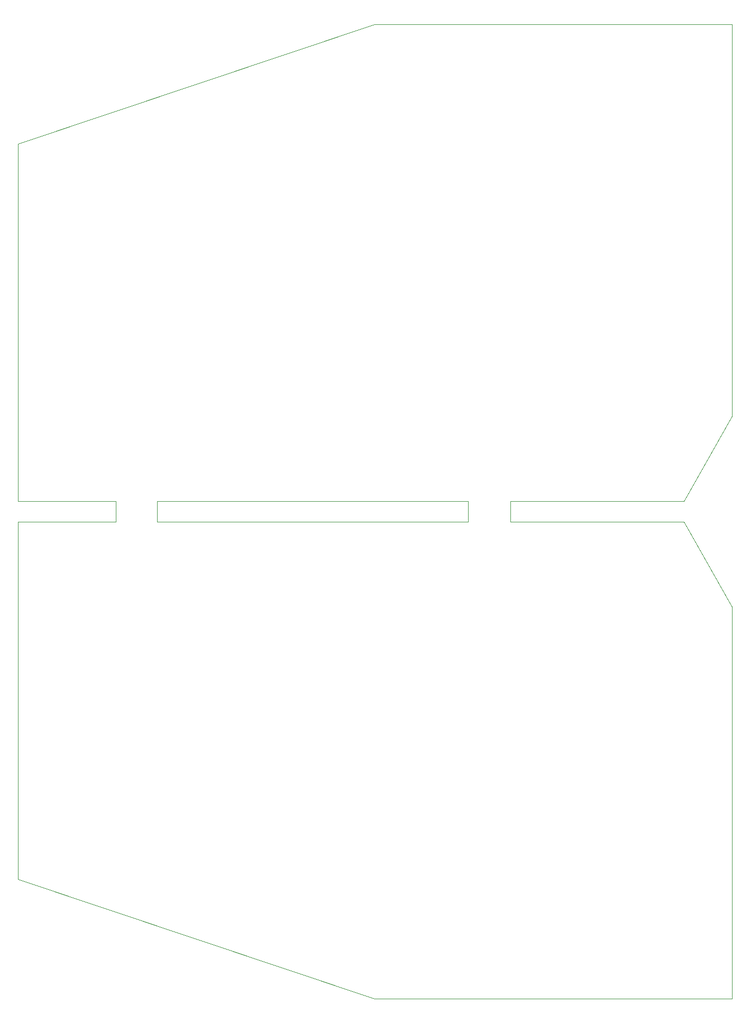
<source format=gbr>
G04 #@! TF.GenerationSoftware,KiCad,Pcbnew,(5.1.2)-2*
G04 #@! TF.CreationDate,2020-05-14T12:33:37-05:00*
G04 #@! TF.ProjectId,3DotDash,33446f74-4461-4736-982e-6b696361645f,rev?*
G04 #@! TF.SameCoordinates,Original*
G04 #@! TF.FileFunction,Profile,NP*
%FSLAX46Y46*%
G04 Gerber Fmt 4.6, Leading zero omitted, Abs format (unit mm)*
G04 Created by KiCad (PCBNEW (5.1.2)-2) date 2020-05-14 12:33:37*
%MOMM*%
%LPD*%
G04 APERTURE LIST*
%ADD10C,0.050000*%
G04 APERTURE END LIST*
D10*
X172730000Y28060000D02*
X115680000Y8940000D01*
X115680000Y8940000D02*
X115680000Y-48260000D01*
X194540000Y-48260000D02*
X222230000Y-48260000D01*
X194540000Y-48260000D02*
X194540000Y-51600000D01*
X131330000Y-48260000D02*
X115680000Y-48260000D01*
X229990000Y28060000D02*
X172730000Y28060000D01*
X137960000Y-48260000D02*
X187710000Y-48260000D01*
X222230000Y-48260000D02*
X229990000Y-34670000D01*
X229990000Y28060000D02*
X229990000Y-34670000D01*
X194540000Y-51600000D02*
X222230000Y-51600000D01*
X131330000Y-51600000D02*
X115680000Y-51600000D01*
X131330000Y-51600000D02*
X131330000Y-48260000D01*
X137960000Y-51600000D02*
X137960000Y-48260000D01*
X187710000Y-51600000D02*
X187710000Y-48260000D01*
X222230000Y-51600000D02*
X229990000Y-65190000D01*
X172730000Y-127920000D02*
X115680000Y-108800000D01*
X115680000Y-108800000D02*
X115680000Y-51600000D01*
X229990000Y-127920000D02*
X172730000Y-127920000D01*
X137960000Y-51600000D02*
X187710000Y-51600000D01*
X229990000Y-127920000D02*
X229990000Y-65190000D01*
M02*

</source>
